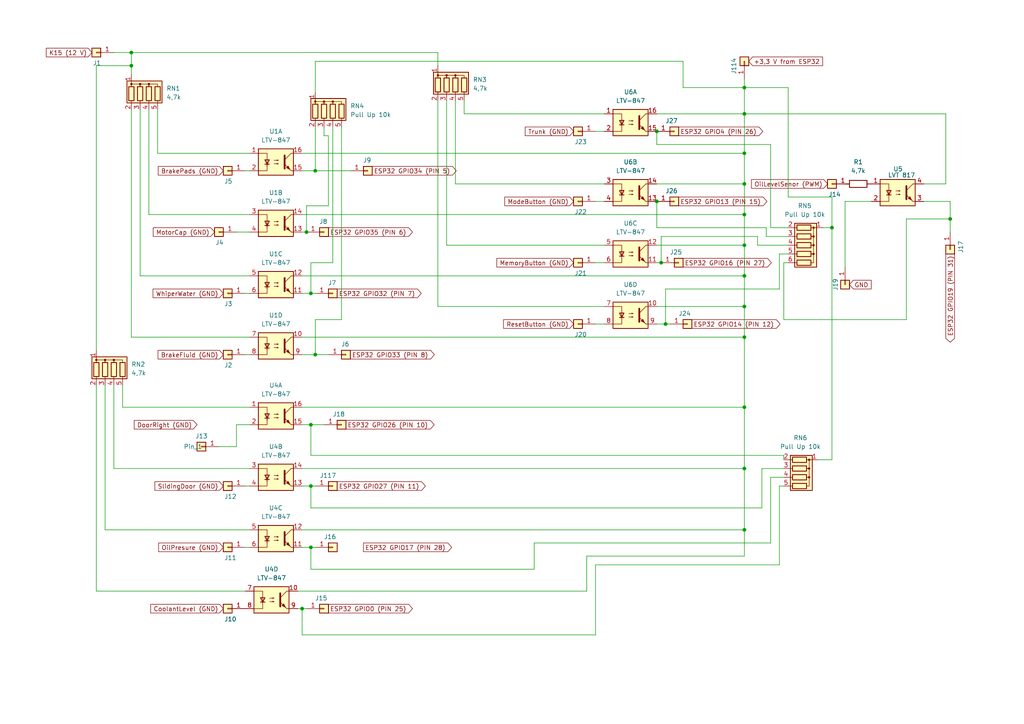
<source format=kicad_sch>
(kicad_sch (version 20231120) (generator "eeschema") (generator_version "8.0")
  (paper "A4")
  (title_block (title "Optocopler T4 MFA") (company "(c) Norbert Schechner"))
  (lib_symbols
    (symbol "Conn_01x01_1" (pin_names (offset 1.016))
      (property "Reference" "J" (at 0 2.54 0))
      (property "Value" "Conn_01x01" (at 0 -2.54 0))
      (symbol "Conn_01x01_1_1_1"
        (rectangle (start -1.27 0.127) (end 0 -0.127) (stroke (width 0.1524)))
        (rectangle (start -1.27 1.27) (end 1.27 -1.27) (stroke (width 0.254)) (fill (type background)))
        (pin passive line (at -5.08 0 0) (length 3.81) (name "Pin_1") (number "1"))
      )
    )
    (symbol "Connector_Generic:Conn_01x01" (pin_names (offset 1.016) hide)
      (property "Reference" "J" (at 0 2.54 0))
      (property "Value" "Conn_01x01" (at 0 -2.54 0))
      (symbol "Conn_01x01_1_1"
        (rectangle (start -1.27 0.127) (end 0 -0.127) (stroke (width 0.1524)))
        (rectangle (start -1.27 1.27) (end 1.27 -1.27) (stroke (width 0.254)) (fill (type background)))
        (pin passive line (at -5.08 0 0) (length 3.81) (name "Pin_1") (number "1"))
      )
    )
    (symbol "Device:R" (pin_numbers hide) (pin_names (offset 0))
      (property "Reference" "R" (at 2.032 0 90))
      (property "Value" "R" (at 0 0 90))
      (symbol "R_0_1"
        (rectangle (start -1.016 -2.54) (end 1.016 2.54) (stroke (width 0.254)))
      )
      (symbol "R_1_1"
        (pin passive line (at 0 3.81 270) (length 1.27) (name "~") (number "1"))
        (pin passive line (at 0 -3.81 90) (length 1.27) (name "~") (number "2"))
      )
    )
    (symbol "Device:R_Network04" (pin_names (offset 0) hide)
      (property "Reference" "RN" (at -7.62 0 90))
      (property "Value" "R_Network04" (at 5.08 0 90))
      (symbol "R_Network04_0_1"
        (rectangle (start -6.35 -3.175) (end 3.81 3.175) (stroke (width 0.254)) (fill (type background)))
        (rectangle (start -5.842 1.524) (end -4.318 -2.54) (stroke (width 0.254)))
        (circle (center -5.08 2.286) (radius 0.254) (fill (type outline)))
        (rectangle (start -3.302 1.524) (end -1.778 -2.54) (stroke (width 0.254)))
        (circle (center -2.54 2.286) (radius 0.254) (fill (type outline)))
        (rectangle (start -0.762 1.524) (end 0.762 -2.54) (stroke (width 0.254)))
        (polyline (pts (xy -5.08 -2.54) (xy -5.08 -3.81)))
        (polyline (pts (xy -2.54 -2.54) (xy -2.54 -3.81)))
        (polyline (pts (xy 0 -2.54) (xy 0 -3.81)))
        (polyline (pts (xy 2.54 -2.54) (xy 2.54 -3.81)))
        (polyline (pts (xy -5.08 1.524) (xy -5.08 2.286) (xy -2.54 2.286) (xy -2.54 1.524)))
        (polyline (pts (xy -2.54 1.524) (xy -2.54 2.286) (xy 0 2.286) (xy 0 1.524)))
        (polyline (pts (xy 0 1.524) (xy 0 2.286) (xy 2.54 2.286) (xy 2.54 1.524)))
        (circle (center 0 2.286) (radius 0.254) (fill (type outline)))
        (rectangle (start 1.778 1.524) (end 3.302 -2.54) (stroke (width 0.254)))
      )
      (symbol "R_Network04_1_1"
        (pin passive line (at -5.08 5.08 270) (length 2.54) (name "common") (number "1"))
        (pin passive line (at -5.08 -5.08 90) (length 1.27) (name "R1") (number "2"))
        (pin passive line (at -2.54 -5.08 90) (length 1.27) (name "R2") (number "3"))
        (pin passive line (at 0 -5.08 90) (length 1.27) (name "R3") (number "4"))
        (pin passive line (at 2.54 -5.08 90) (length 1.27) (name "R4") (number "5"))
      )
    )
    (symbol "Device:R_Network05" (pin_names (offset 0) hide)
      (property "Reference" "RN" (at -7.62 0 90))
      (property "Value" "R_Network05" (at 7.62 0 90))
      (symbol "R_Network05_0_1"
        (rectangle (start -6.35 -3.175) (end 6.35 3.175) (stroke (width 0.254)) (fill (type background)))
        (rectangle (start -5.842 1.524) (end -4.318 -2.54) (stroke (width 0.254)))
        (circle (center -5.08 2.286) (radius 0.254) (fill (type outline)))
        (rectangle (start -3.302 1.524) (end -1.778 -2.54) (stroke (width 0.254)))
        (circle (center -2.54 2.286) (radius 0.254) (fill (type outline)))
        (rectangle (start -0.762 1.524) (end 0.762 -2.54) (stroke (width 0.254)))
        (polyline (pts (xy -5.08 -2.54) (xy -5.08 -3.81)))
        (polyline (pts (xy -2.54 -2.54) (xy -2.54 -3.81)))
        (polyline (pts (xy 0 -2.54) (xy 0 -3.81)))
        (polyline (pts (xy 2.54 -2.54) (xy 2.54 -3.81)))
        (polyline (pts (xy 5.08 -2.54) (xy 5.08 -3.81)))
        (polyline (pts (xy -5.08 1.524) (xy -5.08 2.286) (xy -2.54 2.286) (xy -2.54 1.524)))
        (polyline (pts (xy -2.54 1.524) (xy -2.54 2.286) (xy 0 2.286) (xy 0 1.524)))
        (polyline (pts (xy 0 1.524) (xy 0 2.286) (xy 2.54 2.286) (xy 2.54 1.524)))
        (polyline (pts (xy 2.54 1.524) (xy 2.54 2.286) (xy 5.08 2.286) (xy 5.08 1.524)))
        (circle (center 0 2.286) (radius 0.254) (fill (type outline)))
        (rectangle (start 1.778 1.524) (end 3.302 -2.54) (stroke (width 0.254)))
        (circle (center 2.54 2.286) (radius 0.254) (fill (type outline)))
        (rectangle (start 4.318 1.524) (end 5.842 -2.54) (stroke (width 0.254)))
      )
      (symbol "R_Network05_1_1"
        (pin passive line (at -5.08 5.08 270) (length 2.54) (name "common") (number "1"))
        (pin passive line (at -5.08 -5.08 90) (length 1.27) (name "R1") (number "2"))
        (pin passive line (at -2.54 -5.08 90) (length 1.27) (name "R2") (number "3"))
        (pin passive line (at 0 -5.08 90) (length 1.27) (name "R3") (number "4"))
        (pin passive line (at 2.54 -5.08 90) (length 1.27) (name "R4") (number "5"))
        (pin passive line (at 5.08 -5.08 90) (length 1.27) (name "R5") (number "6"))
      )
    )
    (symbol "Isolator:LTV-817" (pin_names (offset 1.016))
      (property "Reference" "U" (at -5.08 5.08 0))
      (property "Value" "LTV-817" (at 0 5.08 0))
      (symbol "LTV-817_0_1"
        (rectangle (start -5.08 3.81) (end 5.08 -3.81) (stroke (width 0.254)) (fill (type background)))
        (polyline (pts (xy -3.175 -0.635) (xy -1.905 -0.635)) (stroke (width 0.254)))
        (polyline (pts (xy 2.54 0.635) (xy 4.445 2.54)))
        (polyline (pts (xy 4.445 -2.54) (xy 2.54 -0.635)) (fill (type outline)))
        (polyline (pts (xy 4.445 -2.54) (xy 5.08 -2.54)))
        (polyline (pts (xy 4.445 2.54) (xy 5.08 2.54)))
        (polyline (pts (xy -5.08 2.54) (xy -2.54 2.54) (xy -2.54 -0.762)))
        (polyline (pts (xy -2.54 -0.635) (xy -2.54 -2.54) (xy -5.08 -2.54)))
        (polyline (pts (xy 2.54 1.905) (xy 2.54 -1.905) (xy 2.54 -1.905)) (stroke (width 0.508)))
        (polyline (pts (xy -2.54 -0.635) (xy -3.175 0.635) (xy -1.905 0.635) (xy -2.54 -0.635)) (stroke (width 0.254)))
        (polyline (pts (xy -0.508 -0.508) (xy 0.762 -0.508) (xy 0.381 -0.635) (xy 0.381 -0.381) (xy 0.762 -0.508)))
        (polyline (pts (xy -0.508 0.508) (xy 0.762 0.508) (xy 0.381 0.381) (xy 0.381 0.635) (xy 0.762 0.508)))
        (polyline (pts (xy 3.048 -1.651) (xy 3.556 -1.143) (xy 4.064 -2.159) (xy 3.048 -1.651) (xy 3.048 -1.651)) (fill (type outline)))
      )
      (symbol "LTV-817_1_1"
        (pin passive line (at -7.62 2.54 0) (length 2.54) (name "~") (number "1"))
        (pin passive line (at -7.62 -2.54 0) (length 2.54) (name "~") (number "2"))
        (pin passive line (at 7.62 -2.54 180) (length 2.54) (name "~") (number "3"))
        (pin passive line (at 7.62 2.54 180) (length 2.54) (name "~") (number "4"))
      )
    )
    (symbol "Isolator:LTV-847" (pin_names (offset 1.016))
      (property "Reference" "U" (at -5.08 5.08 0))
      (property "Value" "LTV-847" (at 0 5.08 0))
      (symbol "LTV-847_0_1"
        (rectangle (start -5.08 3.81) (end 5.08 -3.81) (stroke (width 0.254)) (fill (type background)))
        (polyline (pts (xy -3.175 -0.635) (xy -1.905 -0.635)) (stroke (width 0.254)))
        (polyline (pts (xy 2.54 0.635) (xy 4.445 2.54)))
        (polyline (pts (xy 4.445 -2.54) (xy 2.54 -0.635)) (fill (type outline)))
        (polyline (pts (xy 4.445 -2.54) (xy 5.08 -2.54)))
        (polyline (pts (xy 4.445 2.54) (xy 5.08 2.54)))
        (polyline (pts (xy -2.54 -0.635) (xy -2.54 -2.54) (xy -5.08 -2.54)))
        (polyline (pts (xy 2.54 1.905) (xy 2.54 -1.905) (xy 2.54 -1.905)) (stroke (width 0.508)))
        (polyline (pts (xy -5.08 2.54) (xy -2.54 2.54) (xy -2.54 -1.27) (xy -2.54 0.635)))
        (polyline (pts (xy -2.54 -0.635) (xy -3.175 0.635) (xy -1.905 0.635) (xy -2.54 -0.635)) (stroke (width 0.254)))
        (polyline (pts (xy -0.508 -0.508) (xy 0.762 -0.508) (xy 0.381 -0.635) (xy 0.381 -0.381) (xy 0.762 -0.508)))
        (polyline (pts (xy -0.508 0.508) (xy 0.762 0.508) (xy 0.381 0.381) (xy 0.381 0.635) (xy 0.762 0.508)))
        (polyline (pts (xy 3.048 -1.651) (xy 3.556 -1.143) (xy 4.064 -2.159) (xy 3.048 -1.651) (xy 3.048 -1.651)) (fill (type outline)))
      )
      (symbol "LTV-847_1_1"
        (pin passive line (at -7.62 2.54 0) (length 2.54) (name "~") (number "1"))
        (pin passive line (at 7.62 -2.54 180) (length 2.54) (name "~") (number "15"))
        (pin passive line (at 7.62 2.54 180) (length 2.54) (name "~") (number "16"))
        (pin passive line (at -7.62 -2.54 0) (length 2.54) (name "~") (number "2"))
      )
      (symbol "LTV-847_2_1"
        (pin passive line (at 7.62 -2.54 180) (length 2.54) (name "~") (number "13"))
        (pin passive line (at 7.62 2.54 180) (length 2.54) (name "~") (number "14"))
        (pin passive line (at -7.62 2.54 0) (length 2.54) (name "~") (number "3"))
        (pin passive line (at -7.62 -2.54 0) (length 2.54) (name "~") (number "4"))
      )
      (symbol "LTV-847_3_1"
        (pin passive line (at 7.62 -2.54 180) (length 2.54) (name "~") (number "11"))
        (pin passive line (at 7.62 2.54 180) (length 2.54) (name "~") (number "12"))
        (pin passive line (at -7.62 2.54 0) (length 2.54) (name "~") (number "5"))
        (pin passive line (at -7.62 -2.54 0) (length 2.54) (name "~") (number "6"))
      )
      (symbol "LTV-847_4_1"
        (pin passive line (at 7.62 2.54 180) (length 2.54) (name "~") (number "10"))
        (pin passive line (at -7.62 2.54 0) (length 2.54) (name "~") (number "7"))
        (pin passive line (at -7.62 -2.54 0) (length 2.54) (name "~") (number "8"))
        (pin passive line (at 7.62 -2.54 180) (length 2.54) (name "~") (number "9"))
      )
    )
  )
  (junction (at 88.9 67.31))
  (junction (at 241.3 66.04))
  (junction (at 215.9 153.67))
  (junction (at 91.44 102.87))
  (junction (at 193.04 93.98))
  (junction (at 215.9 97.79))
  (junction (at 215.9 118.11))
  (junction (at 87.63 176.53))
  (junction (at 91.44 49.53))
  (junction (at 215.9 53.34))
  (junction (at 215.9 135.89))
  (junction (at 90.17 123.19))
  (junction (at 38.1 15.24))
  (junction (at 215.9 33.02))
  (junction (at 190.5 38.1))
  (junction (at 38.1 19.05))
  (junction (at 190.5 58.42))
  (junction (at 275.59 63.5))
  (junction (at 215.9 71.12))
  (junction (at 90.17 85.09))
  (junction (at 215.9 44.45))
  (junction (at 215.9 88.9))
  (junction (at 215.9 80.01))
  (junction (at 215.9 25.4))
  (junction (at 90.17 140.97))
  (junction (at 191.77 76.2))
  (junction (at 215.9 62.23))
  (junction (at 90.17 158.75))
  (wire (pts (xy 198.12 17.78) (xy 198.12 25.4)))
  (wire (pts (xy 43.18 31.75) (xy 43.18 62.23)))
  (wire (pts (xy 215.9 135.89) (xy 215.9 118.11)))
  (wire (pts (xy 86.36 171.45) (xy 170.18 171.45)))
  (wire (pts (xy 30.48 153.67) (xy 30.48 111.76)))
  (wire (pts (xy 88.9 67.31) (xy 87.63 67.31)))
  (wire (pts (xy 226.06 163.83) (xy 172.72 163.83)))
  (wire (pts (xy 88.9 176.53) (xy 87.63 176.53)))
  (wire (pts (xy 27.94 171.45) (xy 27.94 111.76)))
  (wire (pts (xy 132.08 53.34) (xy 132.08 29.21)))
  (wire (pts (xy 172.72 93.98) (xy 175.26 93.98)))
  (wire (pts (xy 43.18 62.23) (xy 72.39 62.23)))
  (wire (pts (xy 241.3 133.35) (xy 237.49 133.35)))
  (wire (pts (xy 71.12 49.53) (xy 72.39 49.53)))
  (wire (pts (xy 87.63 80.01) (xy 215.9 80.01)))
  (wire (pts (xy 193.04 83.82) (xy 193.04 93.98)))
  (wire (pts (xy 38.1 97.79) (xy 72.39 97.79)))
  (wire (pts (xy 93.98 123.19) (xy 90.17 123.19)))
  (wire (pts (xy 96.52 36.83) (xy 96.52 76.2)))
  (wire (pts (xy 228.6 25.4) (xy 215.9 25.4)))
  (wire (pts (xy 72.39 140.97) (xy 71.12 140.97)))
  (wire (pts (xy 90.17 132.08) (xy 227.33 132.08)))
  (wire (pts (xy 215.9 33.02) (xy 274.32 33.02)))
  (wire (pts (xy 215.9 161.29) (xy 215.9 153.67)))
  (wire (pts (xy 90.17 132.08) (xy 90.17 123.19)))
  (wire (pts (xy 215.9 71.12) (xy 215.9 80.01)))
  (wire (pts (xy 215.9 153.67) (xy 215.9 135.89)))
  (wire (pts (xy 223.52 138.43) (xy 227.33 138.43)))
  (wire (pts (xy 245.11 58.42) (xy 245.11 77.47)))
  (wire (pts (xy 87.63 118.11) (xy 215.9 118.11)))
  (wire (pts (xy 170.18 161.29) (xy 215.9 161.29)))
  (wire (pts (xy 175.26 76.2) (xy 172.72 76.2)))
  (wire (pts (xy 30.48 153.67) (xy 72.39 153.67)))
  (wire (pts (xy 68.58 129.54) (xy 68.58 123.19)))
  (wire (pts (xy 228.6 68.58) (xy 222.25 68.58)))
  (wire (pts (xy 190.5 53.34) (xy 215.9 53.34)))
  (wire (pts (xy 95.25 59.69) (xy 88.9 59.69)))
  (wire (pts (xy 228.6 57.15) (xy 228.6 25.4)))
  (wire (pts (xy 91.44 85.09) (xy 90.17 85.09)))
  (wire (pts (xy 99.06 92.71) (xy 91.44 92.71)))
  (wire (pts (xy 95.25 102.87) (xy 91.44 102.87)))
  (wire (pts (xy 71.12 102.87) (xy 72.39 102.87)))
  (wire (pts (xy 267.97 53.34) (xy 274.32 53.34)))
  (wire (pts (xy 90.17 76.2) (xy 90.17 85.09)))
  (wire (pts (xy 129.54 71.12) (xy 129.54 29.21)))
  (wire (pts (xy 154.94 165.1) (xy 154.94 157.48)))
  (wire (pts (xy 191.77 68.58) (xy 219.71 68.58)))
  (wire (pts (xy 91.44 92.71) (xy 91.44 102.87)))
  (wire (pts (xy 91.44 140.97) (xy 90.17 140.97)))
  (wire (pts (xy 193.04 83.82) (xy 226.06 83.82)))
  (wire (pts (xy 127 15.24) (xy 127 19.05)))
  (wire (pts (xy 45.72 44.45) (xy 72.39 44.45)))
  (wire (pts (xy 87.63 184.15) (xy 172.72 184.15)))
  (wire (pts (xy 227.33 135.89) (xy 220.98 135.89)))
  (wire (pts (xy 219.71 71.12) (xy 228.6 71.12)))
  (wire (pts (xy 223.52 66.04) (xy 223.52 41.91)))
  (wire (pts (xy 90.17 147.32) (xy 220.98 147.32)))
  (wire (pts (xy 262.89 63.5) (xy 275.59 63.5)))
  (wire (pts (xy 127 88.9) (xy 127 29.21)))
  (wire (pts (xy 219.71 71.12) (xy 219.71 68.58)))
  (wire (pts (xy 228.6 73.66) (xy 226.06 73.66)))
  (wire (pts (xy 246.38 53.34) (xy 245.11 53.34)))
  (wire (pts (xy 172.72 163.83) (xy 172.72 184.15)))
  (wire (pts (xy 91.44 49.53) (xy 87.63 49.53)))
  (wire (pts (xy 241.3 66.04) (xy 241.3 57.15)))
  (wire (pts (xy 170.18 171.45) (xy 170.18 161.29)))
  (wire (pts (xy 35.56 118.11) (xy 72.39 118.11)))
  (wire (pts (xy 190.5 76.2) (xy 191.77 76.2)))
  (wire (pts (xy 87.63 184.15) (xy 87.63 176.53)))
  (wire (pts (xy 33.02 135.89) (xy 33.02 111.76)))
  (wire (pts (xy 227.33 140.97) (xy 226.06 140.97)))
  (wire (pts (xy 90.17 165.1) (xy 90.17 158.75)))
  (wire (pts (xy 222.25 68.58) (xy 222.25 66.04)))
  (wire (pts (xy 227.33 76.2) (xy 227.33 92.71)))
  (wire (pts (xy 45.72 31.75) (xy 45.72 44.45)))
  (wire (pts (xy 87.63 176.53) (xy 86.36 176.53)))
  (wire (pts (xy 91.44 26.67) (xy 91.44 17.78)))
  (wire (pts (xy 190.5 33.02) (xy 215.9 33.02)))
  (wire (pts (xy 215.9 118.11) (xy 215.9 97.79)))
  (wire (pts (xy 87.63 153.67) (xy 215.9 153.67)))
  (wire (pts (xy 262.89 92.71) (xy 262.89 63.5)))
  (wire (pts (xy 38.1 31.75) (xy 38.1 97.79)))
  (wire (pts (xy 226.06 73.66) (xy 226.06 83.82)))
  (wire (pts (xy 91.44 36.83) (xy 91.44 49.53)))
  (wire (pts (xy 190.5 66.04) (xy 190.5 58.42)))
  (wire (pts (xy 95.25 39.37) (xy 95.25 59.69)))
  (wire (pts (xy 228.6 76.2) (xy 227.33 76.2)))
  (wire (pts (xy 226.06 140.97) (xy 226.06 163.83)))
  (wire (pts (xy 91.44 158.75) (xy 90.17 158.75)))
  (wire (pts (xy 90.17 165.1) (xy 154.94 165.1)))
  (wire (pts (xy 227.33 132.08) (xy 227.33 133.35)))
  (wire (pts (xy 87.63 44.45) (xy 215.9 44.45)))
  (wire (pts (xy 68.58 67.31) (xy 72.39 67.31)))
  (wire (pts (xy 96.52 76.2) (xy 90.17 76.2)))
  (wire (pts (xy 241.3 57.15) (xy 228.6 57.15)))
  (wire (pts (xy 90.17 158.75) (xy 87.63 158.75)))
  (wire (pts (xy 198.12 25.4) (xy 215.9 25.4)))
  (wire (pts (xy 193.04 93.98) (xy 190.5 93.98)))
  (wire (pts (xy 93.98 39.37) (xy 95.25 39.37)))
  (wire (pts (xy 90.17 123.19) (xy 87.63 123.19)))
  (wire (pts (xy 215.9 44.45) (xy 215.9 53.34)))
  (wire (pts (xy 215.9 62.23) (xy 215.9 71.12)))
  (wire (pts (xy 190.5 41.91) (xy 190.5 38.1)))
  (wire (pts (xy 91.44 17.78) (xy 198.12 17.78)))
  (wire (pts (xy 238.76 66.04) (xy 241.3 66.04)))
  (wire (pts (xy 38.1 15.24) (xy 127 15.24)))
  (wire (pts (xy 99.06 36.83) (xy 99.06 92.71)))
  (wire (pts (xy 190.5 66.04) (xy 222.25 66.04)))
  (wire (pts (xy 215.9 22.86) (xy 215.9 25.4)))
  (wire (pts (xy 87.63 62.23) (xy 215.9 62.23)))
  (wire (pts (xy 220.98 135.89) (xy 220.98 147.32)))
  (wire (pts (xy 274.32 53.34) (xy 274.32 33.02)))
  (wire (pts (xy 90.17 140.97) (xy 87.63 140.97)))
  (wire (pts (xy 27.94 101.6) (xy 27.94 19.05)))
  (wire (pts (xy 40.64 31.75) (xy 40.64 80.01)))
  (wire (pts (xy 87.63 135.89) (xy 215.9 135.89)))
  (wire (pts (xy 172.72 38.1) (xy 175.26 38.1)))
  (wire (pts (xy 267.97 58.42) (xy 275.59 58.42)))
  (wire (pts (xy 68.58 123.19) (xy 72.39 123.19)))
  (wire (pts (xy 190.5 88.9) (xy 215.9 88.9)))
  (wire (pts (xy 190.5 41.91) (xy 223.52 41.91)))
  (wire (pts (xy 227.33 92.71) (xy 262.89 92.71)))
  (wire (pts (xy 90.17 147.32) (xy 90.17 140.97)))
  (wire (pts (xy 241.3 66.04) (xy 241.3 133.35)))
  (wire (pts (xy 215.9 33.02) (xy 215.9 44.45)))
  (wire (pts (xy 88.9 59.69) (xy 88.9 67.31)))
  (wire (pts (xy 38.1 15.24) (xy 38.1 19.05)))
  (wire (pts (xy 38.1 19.05) (xy 38.1 21.59)))
  (wire (pts (xy 93.98 36.83) (xy 93.98 39.37)))
  (wire (pts (xy 215.9 25.4) (xy 215.9 33.02)))
  (wire (pts (xy 27.94 19.05) (xy 38.1 19.05)))
  (wire (pts (xy 91.44 102.87) (xy 87.63 102.87)))
  (wire (pts (xy 228.6 66.04) (xy 223.52 66.04)))
  (wire (pts (xy 129.54 71.12) (xy 175.26 71.12)))
  (wire (pts (xy 215.9 80.01) (xy 215.9 88.9)))
  (wire (pts (xy 40.64 80.01) (xy 72.39 80.01)))
  (wire (pts (xy 71.12 85.09) (xy 72.39 85.09)))
  (wire (pts (xy 172.72 58.42) (xy 175.26 58.42)))
  (wire (pts (xy 91.44 49.53) (xy 101.6 49.53)))
  (wire (pts (xy 191.77 68.58) (xy 191.77 76.2)))
  (wire (pts (xy 127 88.9) (xy 175.26 88.9)))
  (wire (pts (xy 215.9 88.9) (xy 215.9 97.79)))
  (wire (pts (xy 154.94 157.48) (xy 223.52 157.48)))
  (wire (pts (xy 134.62 33.02) (xy 134.62 29.21)))
  (wire (pts (xy 33.02 15.24) (xy 38.1 15.24)))
  (wire (pts (xy 35.56 118.11) (xy 35.56 111.76)))
  (wire (pts (xy 33.02 135.89) (xy 72.39 135.89)))
  (wire (pts (xy 87.63 97.79) (xy 215.9 97.79)))
  (wire (pts (xy 71.12 171.45) (xy 27.94 171.45)))
  (wire (pts (xy 223.52 157.48) (xy 223.52 138.43)))
  (wire (pts (xy 71.12 158.75) (xy 72.39 158.75)))
  (wire (pts (xy 132.08 53.34) (xy 175.26 53.34)))
  (wire (pts (xy 275.59 58.42) (xy 275.59 63.5)))
  (wire (pts (xy 275.59 63.5) (xy 275.59 67.31)))
  (wire (pts (xy 190.5 71.12) (xy 215.9 71.12)))
  (wire (pts (xy 63.5 129.54) (xy 68.58 129.54)))
  (wire (pts (xy 134.62 33.02) (xy 175.26 33.02)))
  (wire (pts (xy 90.17 85.09) (xy 87.63 85.09)))
  (wire (pts (xy 252.73 58.42) (xy 245.11 58.42)))
  (wire (pts (xy 215.9 53.34) (xy 215.9 62.23)))
  (wire (pts (xy 194.31 93.98) (xy 193.04 93.98)))
  (global_label "ESP32 GPIO32 (PIN 7)" (shape output) (at 97.79 85.09 0) (property "Intersheetrefs" "${INTERSHEET_REFS}" (effects (hide yes))))
  (global_label "DoorRight (GND)" (shape input) (at 57.15 123.19 180) (property "Intersheetrefs" "${INTERSHEET_REFS}" (effects (hide yes))))
  (global_label "BrakeFluid (GND)" (shape input) (at 64.77 102.87 180) (property "Intersheetrefs" "${INTERSHEET_REFS}" (effects (hide yes))))
  (global_label "ResetButton (GND)" (shape input) (at 166.37 93.98 180) (property "Intersheetrefs" "${INTERSHEET_REFS}" (effects (hide yes))))
  (global_label "WhiperWater (GND)" (shape input) (at 64.77 85.09 180) (property "Intersheetrefs" "${INTERSHEET_REFS}" (effects (hide yes))))
  (global_label "ESP32 GPIO19 (PIN 31)" (shape output) (at 275.59 73.66 270) (property "Intersheetrefs" "${INTERSHEET_REFS}" (effects (hide yes))))
  (global_label "ESP32 GPIO26 (PIN 10)" (shape output) (at 100.33 123.19 0) (property "Intersheetrefs" "${INTERSHEET_REFS}" (effects (hide yes))))
  (global_label "CoolantLevel (GND)" (shape input) (at 64.77 176.53 180) (property "Intersheetrefs" "${INTERSHEET_REFS}" (effects (hide yes))))
  (global_label "OilLevelSenor (PWM)" (shape input) (at 240.03 53.34 180) (property "Intersheetrefs" "${INTERSHEET_REFS}" (effects (hide yes))))
  (global_label "ESP32 GPIO33 (PIN 8)" (shape output) (at 101.6 102.87 0) (property "Intersheetrefs" "${INTERSHEET_REFS}" (effects (hide yes))))
  (global_label "ESP32 GPIO0 (PIN 25)" (shape output) (at 95.25 176.53 0) (property "Intersheetrefs" "${INTERSHEET_REFS}" (effects (hide yes))))
  (global_label "BrakePads (GND)" (shape input) (at 64.77 49.53 180) (property "Intersheetrefs" "${INTERSHEET_REFS}" (effects (hide yes))))
  (global_label "Trunk (GND)" (shape input) (at 166.37 38.1 180) (property "Intersheetrefs" "${INTERSHEET_REFS}" (effects (hide yes))))
  (global_label "OilPresure (GND)" (shape input) (at 64.77 158.75 180) (property "Intersheetrefs" "${INTERSHEET_REFS}" (effects (hide yes))))
  (global_label "ESP32 GPIO14 (PIN 12)" (shape output) (at 200.66 93.98 0) (property "Intersheetrefs" "${INTERSHEET_REFS}" (effects (hide yes))))
  (global_label "MotorCap (GND)" (shape input) (at 62.23 67.31 180) (property "Intersheetrefs" "${INTERSHEET_REFS}" (effects (hide yes))))
  (global_label "ESP32 GPIO34 (PIN 5)" (shape output) (at 107.95 49.53 0) (property "Intersheetrefs" "${INTERSHEET_REFS}" (effects (hide yes))))
  (global_label "ESP32 GPIO16 (PIN 27)" (shape output) (at 198.12 76.2 0) (property "Intersheetrefs" "${INTERSHEET_REFS}" (effects (hide yes))))
  (global_label "K15 (12 V)" (shape input) (at 26.67 15.24 180) (property "Intersheetrefs" "${INTERSHEET_REFS}" (effects (hide yes))))
  (global_label "+3,3 V from ESP32" (shape input) (at 217.17 17.78 0) (property "Intersheetrefs" "${INTERSHEET_REFS}" (effects (hide yes))))
  (global_label "MemoryButton (GND)" (shape input) (at 166.37 76.2 180) (property "Intersheetrefs" "${INTERSHEET_REFS}" (effects (hide yes))))
  (global_label "ESP32 GPIO35 (PIN 6)" (shape output) (at 95.25 67.31 0) (property "Intersheetrefs" "${INTERSHEET_REFS}" (effects (hide yes))))
  (global_label "GND" (shape input) (at 246.38 82.55 0) (property "Intersheetrefs" "${INTERSHEET_REFS}" (effects (hide yes))))
  (global_label "ESP32 GPIO13 (PIN 15)" (shape output) (at 196.85 58.42 0) (property "Intersheetrefs" "${INTERSHEET_REFS}" (effects (hide yes))))
  (global_label "ESP32 GPIO4 (PIN 26)" (shape output) (at 196.85 38.1 0) (property "Intersheetrefs" "${INTERSHEET_REFS}" (effects (hide yes))))
  (global_label "SlidingDoor (GND)" (shape input) (at 64.77 140.97 180) (property "Intersheetrefs" "${INTERSHEET_REFS}" (effects (hide yes))))
  (global_label "ESP32 GPIO27 (PIN 11)" (shape output) (at 97.79 140.97 0) (property "Intersheetrefs" "${INTERSHEET_REFS}" (effects (hide yes))))
  (global_label "ModeButton (GND)" (shape input) (at 166.37 58.42 180) (property "Intersheetrefs" "${INTERSHEET_REFS}" (effects (hide yes))))
  (global_label "ESP32 GPIO17 (PIN 28)" (shape output) (at 105.41 158.75 0) (property "Intersheetrefs" "${INTERSHEET_REFS}" (effects (hide yes))))
  (symbol (lib_id "Connector_Generic:Conn_01x01") (at 215.9 17.78 90) (unit 1)
    (property "Reference" "J114" (at 212.852 16.764 0) (effects (justify right)))
    (property "Value" "+12 V K15" (effects (hide yes)))
    (property "Footprint" "Connector_Wire:SolderWire-0.5sqmm_1x01_D0.9mm_OD2.1mm" (effects (hide yes)))
    (property "Description" "Generic connector, single row, 01x01, script generated (kicad-library-utils/schlib/autogen/connector/)" (effects (hide yes)))
  )
  (symbol (lib_id "Connector_Generic:Conn_01x01") (at 99.06 123.19 0) (unit 1)
    (property "Reference" "J18" (at 100.076 120.142 0) (effects (justify right)))
    (property "Value" "+12 V K15" (effects (hide yes)))
    (property "Footprint" "Connector_Wire:SolderWire-0.5sqmm_1x01_D0.9mm_OD2.1mm" (effects (hide yes)))
    (property "Description" "Generic connector, single row, 01x01, script generated (kicad-library-utils/schlib/autogen/connector/)" (effects (hide yes)))
  )
  (symbol (lib_id "Connector_Generic:Conn_01x01") (at 66.04 158.75 180) (unit 1)
    (property "Reference" "J11" (at 65.024 161.798 0) (effects (justify right)))
    (property "Value" "+12 V K15" (effects (hide yes)))
    (property "Footprint" "Connector_Wire:SolderWire-0.5sqmm_1x01_D0.9mm_OD2.1mm" (effects (hide yes)))
    (property "Description" "Generic connector, single row, 01x01, script generated (kicad-library-utils/schlib/autogen/connector/)" (effects (hide yes)))
  )
  (symbol (lib_id "Device:R_Network04") (at 132.08 24.13 0) (unit 1)
    (property "Reference" "RN3" (at 137.16 23.1139 0) (effects (justify left)))
    (property "Value" "4,7k" (at 137.16 25.6539 0) (effects (justify left)))
    (property "Footprint" "Resistor_THT:R_Array_SIP5" (effects (hide yes)))
    (property "Datasheet" "http://www.vishay.com/docs/31509/csc.pdf" (effects (hide yes)))
    (property "Description" "4 resistor network, star topology, bussed resistors, small symbol" (effects (hide yes)))
  )
  (symbol (lib_id "Device:R_Network04") (at 33.02 106.68 0) (unit 1)
    (property "Reference" "RN2" (at 38.1 105.6639 0) (effects (justify left)))
    (property "Value" "4,7k" (at 38.1 108.2039 0) (effects (justify left)))
    (property "Footprint" "Resistor_THT:R_Array_SIP5" (effects (hide yes)))
    (property "Datasheet" "http://www.vishay.com/docs/31509/csc.pdf" (effects (hide yes)))
    (property "Description" "4 resistor network, star topology, bussed resistors, small symbol" (effects (hide yes)))
  )
  (symbol (lib_id "Connector_Generic:Conn_01x01") (at 195.58 58.42 0) (unit 1)
    (property "Reference" "J26" (at 196.596 55.372 0) (effects (justify right)))
    (property "Value" "+12 V K15" (effects (hide yes)))
    (property "Footprint" "Connector_Wire:SolderWire-0.5sqmm_1x01_D0.9mm_OD2.1mm" (effects (hide yes)))
    (property "Description" "Generic connector, single row, 01x01, script generated (kicad-library-utils/schlib/autogen/connector/)" (effects (hide yes)))
  )
  (symbol (lib_id "Connector_Generic:Conn_01x01") (at 66.04 85.09 180) (unit 1)
    (property "Reference" "J3" (at 65.024 88.138 0) (effects (justify right)))
    (property "Value" "+12 V K15" (effects (hide yes)))
    (property "Footprint" "Connector_Wire:SolderWire-0.5sqmm_1x01_D0.9mm_OD2.1mm" (effects (hide yes)))
    (property "Description" "Generic connector, single row, 01x01, script generated (kicad-library-utils/schlib/autogen/connector/)" (effects (hide yes)))
  )
  (symbol (lib_id "Device:R_Network04") (at 96.52 31.75 0) (unit 1)
    (property "Reference" "RN4" (at 101.6 30.7339 0) (effects (justify left)))
    (property "Value" "Pull Up 10k" (at 101.6 33.2739 0) (effects (justify left)))
    (property "Footprint" "Resistor_THT:R_Array_SIP5" (effects (hide yes)))
    (property "Datasheet" "http://www.vishay.com/docs/31509/csc.pdf" (effects (hide yes)))
    (property "Description" "4 resistor network, star topology, bussed resistors, small symbol" (effects (hide yes)))
  )
  (symbol (lib_id "Connector_Generic:Conn_01x01") (at 167.64 93.98 180) (unit 1)
    (property "Reference" "J20" (at 166.624 97.028 0) (effects (justify right)))
    (property "Value" "+12 V K15" (effects (hide yes)))
    (property "Footprint" "Connector_Wire:SolderWire-0.5sqmm_1x01_D0.9mm_OD2.1mm" (effects (hide yes)))
    (property "Description" "Generic connector, single row, 01x01, script generated (kicad-library-utils/schlib/autogen/connector/)" (effects (hide yes)))
  )
  (symbol (lib_id "Isolator:LTV-847") (at 182.88 35.56 0) (unit 1)
    (property "Reference" "U6" (at 182.88 26.67 0))
    (property "Value" "LTV-847" (at 182.88 29.21 0))
    (property "Footprint" "Package_DIP:DIP-16_W7.62mm" (effects (hide yes)))
    (property "Datasheet" "http://optoelectronics.liteon.com/upload/download/DS-70-96-0016/LTV-8X7%20series.PDF" (effects (hide yes)))
    (property "Description" "Quad DC Optocoupler, Vce 35V, CTR 50%, DIP-16" (effects (hide yes)))
  )
  (symbol (lib_id "Connector_Generic:Conn_01x01") (at 100.33 102.87 0) (unit 1)
    (property "Reference" "J6" (at 101.346 99.822 0) (effects (justify right)))
    (property "Value" "+12 V K15" (effects (hide yes)))
    (property "Footprint" "Connector_Wire:SolderWire-0.5sqmm_1x01_D0.9mm_OD2.1mm" (effects (hide yes)))
    (property "Description" "Generic connector, single row, 01x01, script generated (kicad-library-utils/schlib/autogen/connector/)" (effects (hide yes)))
  )
  (symbol (lib_id "Isolator:LTV-847") (at 78.74 173.99 0) (unit 4)
    (property "Reference" "U4" (at 78.74 165.1 0))
    (property "Value" "LTV-847" (at 78.74 167.64 0))
    (property "Footprint" "Package_DIP:DIP-16_W7.62mm" (effects (hide yes)))
    (property "Datasheet" "http://optoelectronics.liteon.com/upload/download/DS-70-96-0016/LTV-8X7%20series.PDF" (effects (hide yes)))
    (property "Description" "Quad DC Optocoupler, Vce 35V, CTR 50%, DIP-16" (effects (hide yes)))
  )
  (symbol (lib_id "Connector_Generic:Conn_01x01") (at 66.04 176.53 180) (unit 1)
    (property "Reference" "J10" (at 65.024 179.578 0) (effects (justify right)))
    (property "Value" "+12 V K15" (effects (hide yes)))
    (property "Footprint" "Connector_Wire:SolderWire-0.5sqmm_1x01_D0.9mm_OD2.1mm" (effects (hide yes)))
    (property "Description" "Generic connector, single row, 01x01, script generated (kicad-library-utils/schlib/autogen/connector/)" (effects (hide yes)))
  )
  (symbol (lib_id "Device:R_Network04") (at 232.41 138.43 270) (unit 1)
    (property "Reference" "RN6" (at 232.156 127 90))
    (property "Value" "Pull Up 10k" (at 232.156 129.54 90))
    (property "Footprint" "Resistor_THT:R_Array_SIP5" (effects (hide yes)))
    (property "Datasheet" "http://www.vishay.com/docs/31509/csc.pdf" (effects (hide yes)))
    (property "Description" "4 resistor network, star topology, bussed resistors, small symbol" (effects (hide yes)))
  )
  (symbol (lib_id "Connector_Generic:Conn_01x01") (at 167.64 38.1 180) (unit 1)
    (property "Reference" "J23" (at 166.624 41.148 0) (effects (justify right)))
    (property "Value" "+12 V K15" (effects (hide yes)))
    (property "Footprint" "Connector_Wire:SolderWire-0.5sqmm_1x01_D0.9mm_OD2.1mm" (effects (hide yes)))
    (property "Description" "Generic connector, single row, 01x01, script generated (kicad-library-utils/schlib/autogen/connector/)" (effects (hide yes)))
  )
  (symbol (lib_id "Connector_Generic:Conn_01x01") (at 195.58 38.1 0) (unit 1)
    (property "Reference" "J27" (at 196.596 35.052 0) (effects (justify right)))
    (property "Value" "+12 V K15" (effects (hide yes)))
    (property "Footprint" "Connector_Wire:SolderWire-0.5sqmm_1x01_D0.9mm_OD2.1mm" (effects (hide yes)))
    (property "Description" "Generic connector, single row, 01x01, script generated (kicad-library-utils/schlib/autogen/connector/)" (effects (hide yes)))
  )
  (symbol (lib_id "Isolator:LTV-847") (at 80.01 156.21 0) (unit 3)
    (property "Reference" "U4" (at 80.01 147.32 0))
    (property "Value" "LTV-847" (at 80.01 149.86 0))
    (property "Footprint" "Package_DIP:DIP-16_W7.62mm" (effects (hide yes)))
    (property "Datasheet" "http://optoelectronics.liteon.com/upload/download/DS-70-96-0016/LTV-8X7%20series.PDF" (effects (hide yes)))
    (property "Description" "Quad DC Optocoupler, Vce 35V, CTR 50%, DIP-16" (effects (hide yes)))
  )
  (symbol (lib_id "Connector_Generic:Conn_01x01") (at 27.94 15.24 180) (unit 1)
    (property "Reference" "J1" (at 26.924 18.288 0) (effects (justify right)))
    (property "Value" "+12 V K15" (effects (hide yes)))
    (property "Footprint" "Connector_Wire:SolderWire-0.5sqmm_1x01_D0.9mm_OD2.1mm" (effects (hide yes)))
    (property "Description" "Generic connector, single row, 01x01, script generated (kicad-library-utils/schlib/autogen/connector/)" (effects (hide yes)))
  )
  (symbol (lib_id "Connector_Generic:Conn_01x01") (at 241.3 53.34 180) (unit 1)
    (property "Reference" "J14" (at 240.284 56.388 0) (effects (justify right)))
    (property "Value" "+12 V K15" (effects (hide yes)))
    (property "Footprint" "Connector_Wire:SolderWire-0.5sqmm_1x01_D0.9mm_OD2.1mm" (effects (hide yes)))
    (property "Description" "Generic connector, single row, 01x01, script generated (kicad-library-utils/schlib/autogen/connector/)" (effects (hide yes)))
  )
  (symbol (lib_id "Device:R_Network05") (at 233.68 71.12 270) (unit 1)
    (property "Reference" "RN5" (at 233.426 59.69 90))
    (property "Value" "Pull Up 10k" (at 233.426 62.23 90))
    (property "Footprint" "Resistor_THT:R_Array_SIP6" (effects (hide yes)))
    (property "Datasheet" "http://www.vishay.com/docs/31509/csc.pdf" (effects (hide yes)))
    (property "Description" "5 resistor network, star topology, bussed resistors, small symbol" (effects (hide yes)))
  )
  (symbol (lib_id "Isolator:LTV-847") (at 182.88 73.66 0) (unit 3)
    (property "Reference" "U6" (at 182.88 64.77 0))
    (property "Value" "LTV-847" (at 182.88 67.31 0))
    (property "Footprint" "Package_DIP:DIP-16_W7.62mm" (effects (hide yes)))
    (property "Datasheet" "http://optoelectronics.liteon.com/upload/download/DS-70-96-0016/LTV-8X7%20series.PDF" (effects (hide yes)))
    (property "Description" "Quad DC Optocoupler, Vce 35V, CTR 50%, DIP-16" (effects (hide yes)))
  )
  (symbol (lib_id "Connector_Generic:Conn_01x01") (at 93.98 176.53 0) (unit 1)
    (property "Reference" "J15" (at 94.996 173.482 0) (effects (justify right)))
    (property "Value" "+12 V K15" (effects (hide yes)))
    (property "Footprint" "Connector_Wire:SolderWire-0.5sqmm_1x01_D0.9mm_OD2.1mm" (effects (hide yes)))
    (property "Description" "Generic connector, single row, 01x01, script generated (kicad-library-utils/schlib/autogen/connector/)" (effects (hide yes)))
  )
  (symbol (lib_id "Device:R") (at 248.92 53.34 90) (unit 1)
    (property "Reference" "R1" (at 248.92 46.99 90))
    (property "Value" "4,7k" (at 248.92 49.53 90))
    (property "Footprint" "Resistor_THT:R_Axial_DIN0207_L6.3mm_D2.5mm_P7.62mm_Horizontal" (effects (hide yes)))
    (property "Description" "Resistor" (effects (hide yes)))
  )
  (symbol (lib_id "Isolator:LTV-847") (at 80.01 46.99 0) (unit 1)
    (property "Reference" "U1" (at 80.01 38.1 0))
    (property "Value" "LTV-847" (at 80.01 40.64 0))
    (property "Footprint" "Package_DIP:DIP-16_W7.62mm" (effects (hide yes)))
    (property "Datasheet" "http://optoelectronics.liteon.com/upload/download/DS-70-96-0016/LTV-8X7%20series.PDF" (effects (hide yes)))
    (property "Description" "Quad DC Optocoupler, Vce 35V, CTR 50%, DIP-16" (effects (hide yes)))
  )
  (symbol (lib_id "Connector_Generic:Conn_01x01") (at 96.52 158.75 0) (unit 1)
    (property "Reference" "J16" (at 97.536 155.702 0) (effects (justify right)))
    (property "Value" "+12 V K15" (effects (hide yes)))
    (property "Footprint" "Connector_Wire:SolderWire-0.5sqmm_1x01_D0.9mm_OD2.1mm" (effects (hide yes)))
    (property "Description" "Generic connector, single row, 01x01, script generated (kicad-library-utils/schlib/autogen/connector/)" (effects (hide yes)))
  )
  (symbol (lib_id "Isolator:LTV-847") (at 80.01 64.77 0) (unit 2)
    (property "Reference" "U1" (at 80.01 55.88 0))
    (property "Value" "LTV-847" (at 80.01 58.42 0))
    (property "Footprint" "Package_DIP:DIP-16_W7.62mm" (effects (hide yes)))
    (property "Datasheet" "http://optoelectronics.liteon.com/upload/download/DS-70-96-0016/LTV-8X7%20series.PDF" (effects (hide yes)))
    (property "Description" "Quad DC Optocoupler, Vce 35V, CTR 50%, DIP-16" (effects (hide yes)))
  )
  (symbol (lib_id "Connector_Generic:Conn_01x01") (at 93.98 67.31 0) (unit 1)
    (property "Reference" "J8" (at 94.996 64.262 0) (effects (justify right)))
    (property "Value" "+12 V K15" (effects (hide yes)))
    (property "Footprint" "Connector_Wire:SolderWire-0.5sqmm_1x01_D0.9mm_OD2.1mm" (effects (hide yes)))
    (property "Description" "Generic connector, single row, 01x01, script generated (kicad-library-utils/schlib/autogen/connector/)" (effects (hide yes)))
  )
  (symbol (lib_id "Isolator:LTV-847") (at 80.01 138.43 0) (unit 2)
    (property "Reference" "U4" (at 80.01 129.54 0))
    (property "Value" "LTV-847" (at 80.01 132.08 0))
    (property "Footprint" "Package_DIP:DIP-16_W7.62mm" (effects (hide yes)))
    (property "Datasheet" "http://optoelectronics.liteon.com/upload/download/DS-70-96-0016/LTV-8X7%20series.PDF" (effects (hide yes)))
    (property "Description" "Quad DC Optocoupler, Vce 35V, CTR 50%, DIP-16" (effects (hide yes)))
  )
  (symbol (lib_id "Connector_Generic:Conn_01x01") (at 66.04 102.87 180) (unit 1)
    (property "Reference" "J2" (at 65.024 105.918 0) (effects (justify right)))
    (property "Value" "+12 V K15" (effects (hide yes)))
    (property "Footprint" "Connector_Wire:SolderWire-0.5sqmm_1x01_D0.9mm_OD2.1mm" (effects (hide yes)))
    (property "Description" "Generic connector, single row, 01x01, script generated (kicad-library-utils/schlib/autogen/connector/)" (effects (hide yes)))
  )
  (symbol (lib_id "Connector_Generic:Conn_01x01") (at 63.5 67.31 180) (unit 1)
    (property "Reference" "J4" (at 62.484 70.358 0) (effects (justify right)))
    (property "Value" "+12 V K15" (effects (hide yes)))
    (property "Footprint" "Connector_Wire:SolderWire-0.5sqmm_1x01_D0.9mm_OD2.1mm" (effects (hide yes)))
    (property "Description" "Generic connector, single row, 01x01, script generated (kicad-library-utils/schlib/autogen/connector/)" (effects (hide yes)))
  )
  (symbol (lib_id "Isolator:LTV-817") (at 260.35 55.88 0) (unit 1)
    (property "Reference" "U5" (at 259.08 49.022 0) (effects (justify left)))
    (property "Value" "LVT 817" (at 257.556 50.8 0) (effects (justify left)))
    (property "Footprint" "Package_DIP:DIP-4_W7.62mm" (effects (hide yes)))
    (property "Datasheet" "http://www.us.liteon.com/downloads/LTV-817-827-847.PDF" (effects (hide yes)))
    (property "Description" "DC Optocoupler, Vce 35V, CTR 50%, DIP-4" (effects (hide yes)))
  )
  (symbol (lib_id "Connector_Generic:Conn_01x01") (at 66.04 140.97 180) (unit 1)
    (property "Reference" "J12" (at 65.024 144.018 0) (effects (justify right)))
    (property "Value" "+12 V K15" (effects (hide yes)))
    (property "Footprint" "Connector_Wire:SolderWire-0.5sqmm_1x01_D0.9mm_OD2.1mm" (effects (hide yes)))
    (property "Description" "Generic connector, single row, 01x01, script generated (kicad-library-utils/schlib/autogen/connector/)" (effects (hide yes)))
  )
  (symbol (lib_id "Connector_Generic:Conn_01x01") (at 96.52 85.09 0) (unit 1)
    (property "Reference" "J7" (at 97.536 82.042 0) (effects (justify right)))
    (property "Value" "+12 V K15" (effects (hide yes)))
    (property "Footprint" "Connector_Wire:SolderWire-0.5sqmm_1x01_D0.9mm_OD2.1mm" (effects (hide yes)))
    (property "Description" "Generic connector, single row, 01x01, script generated (kicad-library-utils/schlib/autogen/connector/)" (effects (hide yes)))
  )
  (symbol (lib_id "Connector_Generic:Conn_01x01") (at 167.64 58.42 180) (unit 1)
    (property "Reference" "J22" (at 166.624 61.468 0) (effects (justify right)))
    (property "Value" "+12 V K15" (effects (hide yes)))
    (property "Footprint" "Connector_Wire:SolderWire-0.5sqmm_1x01_D0.9mm_OD2.1mm" (effects (hide yes)))
    (property "Description" "Generic connector, single row, 01x01, script generated (kicad-library-utils/schlib/autogen/connector/)" (effects (hide yes)))
  )
  (symbol (lib_id "Connector_Generic:Conn_01x01") (at 96.52 140.97 0) (unit 1)
    (property "Reference" "J117" (at 97.536 137.922 0) (effects (justify right)))
    (property "Value" "+12 V K15" (effects (hide yes)))
    (property "Footprint" "Connector_Wire:SolderWire-0.5sqmm_1x01_D0.9mm_OD2.1mm" (effects (hide yes)))
    (property "Description" "Generic connector, single row, 01x01, script generated (kicad-library-utils/schlib/autogen/connector/)" (effects (hide yes)))
  )
  (symbol (lib_id "Connector_Generic:Conn_01x01") (at 167.64 76.2 180) (unit 1)
    (property "Reference" "J21" (at 166.624 79.248 0) (effects (justify right)))
    (property "Value" "+12 V K15" (effects (hide yes)))
    (property "Footprint" "Connector_Wire:SolderWire-0.5sqmm_1x01_D0.9mm_OD2.1mm" (effects (hide yes)))
    (property "Description" "Generic connector, single row, 01x01, script generated (kicad-library-utils/schlib/autogen/connector/)" (effects (hide yes)))
  )
  (symbol (lib_id "Connector_Generic:Conn_01x01") (at 66.04 49.53 180) (unit 1)
    (property "Reference" "J5" (at 65.024 52.578 0) (effects (justify right)))
    (property "Value" "+12 V K15" (effects (hide yes)))
    (property "Footprint" "Connector_Wire:SolderWire-0.5sqmm_1x01_D0.9mm_OD2.1mm" (effects (hide yes)))
    (property "Description" "Generic connector, single row, 01x01, script generated (kicad-library-utils/schlib/autogen/connector/)" (effects (hide yes)))
  )
  (symbol (lib_id "Connector_Generic:Conn_01x01") (at 199.39 93.98 0) (unit 1)
    (property "Reference" "J24" (at 200.406 90.932 0) (effects (justify right)))
    (property "Value" "+12 V K15" (effects (hide yes)))
    (property "Footprint" "Connector_Wire:SolderWire-0.5sqmm_1x01_D0.9mm_OD2.1mm" (effects (hide yes)))
    (property "Description" "Generic connector, single row, 01x01, script generated (kicad-library-utils/schlib/autogen/connector/)" (effects (hide yes)))
  )
  (symbol (lib_id "Isolator:LTV-847") (at 80.01 120.65 0) (unit 1)
    (property "Reference" "U4" (at 80.01 111.76 0))
    (property "Value" "LTV-847" (at 80.01 114.3 0))
    (property "Footprint" "Package_DIP:DIP-16_W7.62mm" (effects (hide yes)))
    (property "Datasheet" "http://optoelectronics.liteon.com/upload/download/DS-70-96-0016/LTV-8X7%20series.PDF" (effects (hide yes)))
    (property "Description" "Quad DC Optocoupler, Vce 35V, CTR 50%, DIP-16" (effects (hide yes)))
  )
  (symbol (lib_name "Conn_01x01_1") (lib_id "Connector_Generic:Conn_01x01") (at 58.42 129.54 180) (unit 1)
    (property "Reference" "J13" (at 56.642 126.492 0) (effects (justify right)))
    (property "Value" "+12 V K15" (effects (hide yes)))
    (property "Footprint" "Connector_Wire:SolderWire-0.5sqmm_1x01_D0.9mm_OD2.1mm" (effects (hide yes)))
    (property "Description" "Generic connector, single row, 01x01, script generated (kicad-library-utils/schlib/autogen/connector/)" (effects (hide yes)))
  )
  (symbol (lib_id "Isolator:LTV-847") (at 80.01 100.33 0) (unit 4)
    (property "Reference" "U1" (at 80.01 91.44 0))
    (property "Value" "LTV-847" (at 80.01 93.98 0))
    (property "Footprint" "Package_DIP:DIP-16_W7.62mm" (effects (hide yes)))
    (property "Datasheet" "http://optoelectronics.liteon.com/upload/download/DS-70-96-0016/LTV-8X7%20series.PDF" (effects (hide yes)))
    (property "Description" "Quad DC Optocoupler, Vce 35V, CTR 50%, DIP-16" (effects (hide yes)))
  )
  (symbol (lib_id "Connector_Generic:Conn_01x01") (at 106.68 49.53 0) (unit 1)
    (property "Reference" "J9" (at 107.696 46.482 0) (effects (justify right)))
    (property "Value" "+12 V K15" (effects (hide yes)))
    (property "Footprint" "Connector_Wire:SolderWire-0.5sqmm_1x01_D0.9mm_OD2.1mm" (effects (hide yes)))
    (property "Description" "Generic connector, single row, 01x01, script generated (kicad-library-utils/schlib/autogen/connector/)" (effects (hide yes)))
  )
  (symbol (lib_id "Connector_Generic:Conn_01x01") (at 196.85 76.2 0) (unit 1)
    (property "Reference" "J25" (at 197.866 73.152 0) (effects (justify right)))
    (property "Value" "+12 V K15" (effects (hide yes)))
    (property "Footprint" "Connector_Wire:SolderWire-0.5sqmm_1x01_D0.9mm_OD2.1mm" (effects (hide yes)))
    (property "Description" "Generic connector, single row, 01x01, script generated (kicad-library-utils/schlib/autogen/connector/)" (effects (hide yes)))
  )
  (symbol (lib_id "Isolator:LTV-847") (at 80.01 82.55 0) (unit 3)
    (property "Reference" "U1" (at 80.01 73.66 0))
    (property "Value" "LTV-847" (at 80.01 76.2 0))
    (property "Footprint" "Package_DIP:DIP-16_W7.62mm" (effects (hide yes)))
    (property "Datasheet" "http://optoelectronics.liteon.com/upload/download/DS-70-96-0016/LTV-8X7%20series.PDF" (effects (hide yes)))
    (property "Description" "Quad DC Optocoupler, Vce 35V, CTR 50%, DIP-16" (effects (hide yes)))
  )
  (symbol (lib_id "Isolator:LTV-847") (at 182.88 55.88 0) (unit 2)
    (property "Reference" "U6" (at 182.88 46.99 0))
    (property "Value" "LTV-847" (at 182.88 49.53 0))
    (property "Footprint" "Package_DIP:DIP-16_W7.62mm" (effects (hide yes)))
    (property "Datasheet" "http://optoelectronics.liteon.com/upload/download/DS-70-96-0016/LTV-8X7%20series.PDF" (effects (hide yes)))
    (property "Description" "Quad DC Optocoupler, Vce 35V, CTR 50%, DIP-16" (effects (hide yes)))
  )
  (symbol (lib_id "Isolator:LTV-847") (at 182.88 91.44 0) (unit 4)
    (property "Reference" "U6" (at 182.88 82.55 0))
    (property "Value" "LTV-847" (at 182.88 85.09 0))
    (property "Footprint" "Package_DIP:DIP-16_W7.62mm" (effects (hide yes)))
    (property "Datasheet" "http://optoelectronics.liteon.com/upload/download/DS-70-96-0016/LTV-8X7%20series.PDF" (effects (hide yes)))
    (property "Description" "Quad DC Optocoupler, Vce 35V, CTR 50%, DIP-16" (effects (hide yes)))
  )
  (symbol (lib_id "Connector_Generic:Conn_01x01") (at 275.59 72.39 270) (unit 1)
    (property "Reference" "J17" (at 278.638 73.406 0) (effects (justify right)))
    (property "Value" "+12 V K15" (effects (hide yes)))
    (property "Footprint" "Connector_Wire:SolderWire-0.5sqmm_1x01_D0.9mm_OD2.1mm" (effects (hide yes)))
    (property "Description" "Generic connector, single row, 01x01, script generated (kicad-library-utils/schlib/autogen/connector/)" (effects (hide yes)))
  )
  (symbol (lib_id "Connector_Generic:Conn_01x01") (at 245.11 82.55 270) (unit 1)
    (property "Reference" "J19" (at 242.316 84.328 0) (effects (justify right)))
    (property "Value" "+12 V K15" (effects (hide yes)))
    (property "Footprint" "Connector_Wire:SolderWire-0.5sqmm_1x01_D0.9mm_OD2.1mm" (effects (hide yes)))
    (property "Description" "Generic connector, single row, 01x01, script generated (kicad-library-utils/schlib/autogen/connector/)" (effects (hide yes)))
  )
  (symbol (lib_id "Device:R_Network04") (at 43.18 26.67 0) (unit 1)
    (property "Reference" "RN1" (at 48.26 25.6539 0) (effects (justify left)))
    (property "Value" "4,7k" (at 48.26 28.1939 0) (effects (justify left)))
    (property "Footprint" "Resistor_THT:R_Array_SIP5" (effects (hide yes)))
    (property "Datasheet" "http://www.vishay.com/docs/31509/csc.pdf" (effects (hide yes)))
    (property "Description" "4 resistor network, star topology, bussed resistors, small symbol" (effects (hide yes)))
  )
)
</source>
